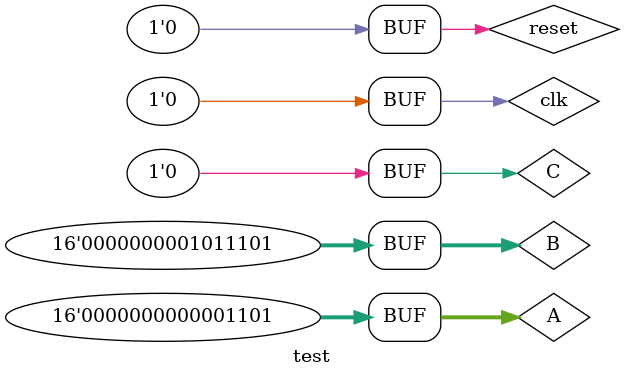
<source format=v>
module test;
 
  localparam width = 16;
  reg [width-1:0] A, B;
  reg clk,reset;
  reg C;

 
  initial 
	begin
		clk = 1;
		reset = 1'b0;
		C = 1'b0;
		#5 clk = ~clk;
	end
      
   initial 
	 begin
		{A, B} = {16'b0000000000000011, 16'b0000000000001000};
		#10;
		reset = 1'b1;
		reset = 1'b0;
		{A, B} = {16'b0000000000000011, 16'b0000000000000011};
		#10;
		reset = 1'b1;
		reset = 1'b0;
		{A, B} = {16'b0000000000000111, 16'b0000000000000001};
		#10;
		reset = 1'b1;
		reset = 1'b0;
		{A, B} = {16'b0000000000000101, 16'b0000000000001001};
		#10;
		reset = 1'b1;
		reset = 1'b0;
		{A, B} = {16'b0000000000001101, 16'b0000000000011101};
		#10;
		reset = 1'b1;
		reset = 1'b0;
		{A, B} = {16'b0000000000001101, 16'b0000000001011101};
	 end
   
   
  wire [width-1:0] A1;
  wire C1;
  adder_16bit wa (A1, C1, A, B, C, clk, reset);
  
  
  initial
    begin
        $monitor("At time %t, %0d     %0d     %0d     %0d     %0d", $time, A1, C1, A, B, C);
    end

endmodule

</source>
